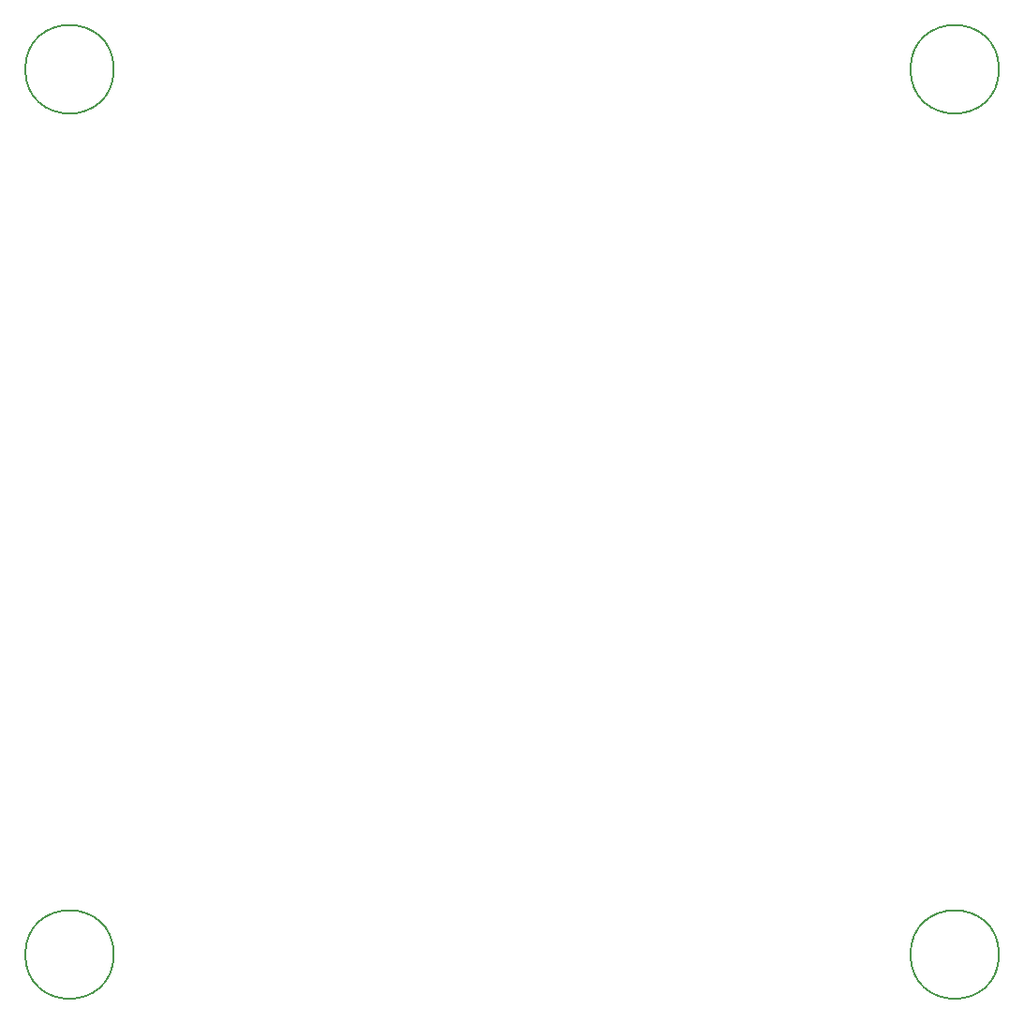
<source format=gbr>
%TF.GenerationSoftware,KiCad,Pcbnew,6.0.11-2627ca5db0~126~ubuntu22.04.1*%
%TF.CreationDate,2023-04-10T19:38:19+02:00*%
%TF.ProjectId,Slicor_carte_v_rin,536c6963-6f72-45f6-9361-7274655f76e9,rev?*%
%TF.SameCoordinates,Original*%
%TF.FileFunction,Other,Comment*%
%FSLAX46Y46*%
G04 Gerber Fmt 4.6, Leading zero omitted, Abs format (unit mm)*
G04 Created by KiCad (PCBNEW 6.0.11-2627ca5db0~126~ubuntu22.04.1) date 2023-04-10 19:38:19*
%MOMM*%
%LPD*%
G01*
G04 APERTURE LIST*
%ADD10C,0.150000*%
G04 APERTURE END LIST*
D10*
%TO.C,H2*%
X64000000Y-140000000D02*
G75*
G03*
X64000000Y-140000000I-4000000J0D01*
G01*
%TO.C,H4*%
X144000000Y-60000000D02*
G75*
G03*
X144000000Y-60000000I-4000000J0D01*
G01*
%TO.C,H1*%
X64000000Y-60000000D02*
G75*
G03*
X64000000Y-60000000I-4000000J0D01*
G01*
%TO.C,H3*%
X144000000Y-140000000D02*
G75*
G03*
X144000000Y-140000000I-4000000J0D01*
G01*
%TD*%
M02*

</source>
